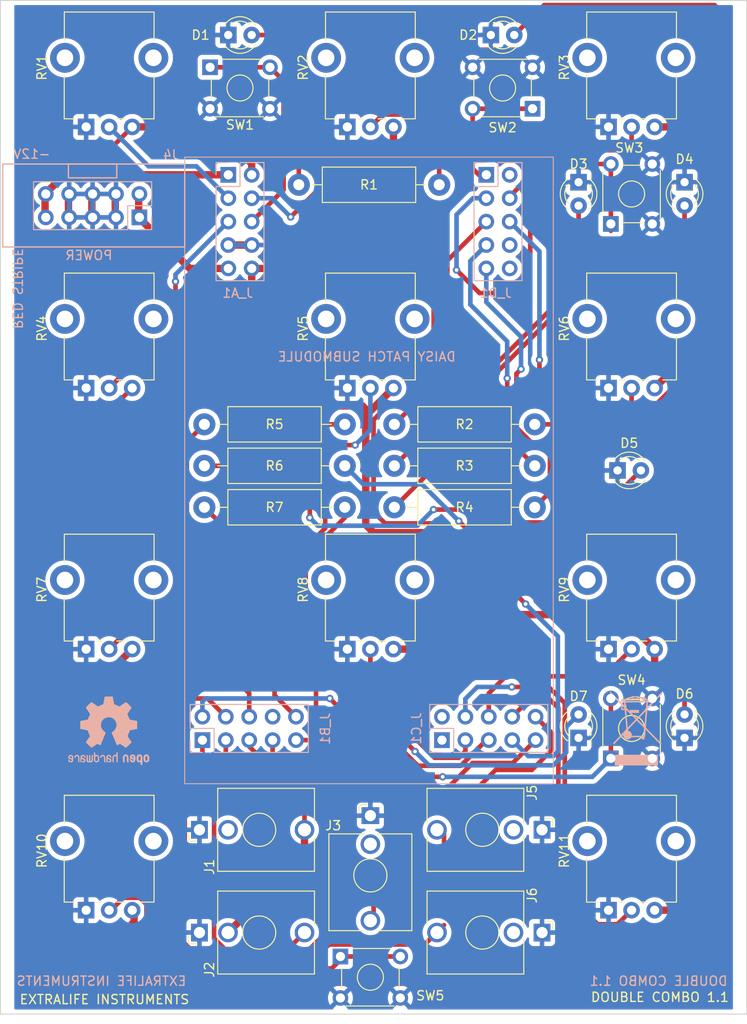
<source format=kicad_pcb>
(kicad_pcb (version 20240108) (generator "pcbnew") (generator_version "8.0")
  (layers (0 "F.Cu" signal) (31 "B.Cu" signal) (34 "B.Paste" user) (35 "F.Paste" user) (36 "B.SilkS" user "B.Silkscreen") (37 "F.SilkS" user "F.Silkscreen") (38 "B.Mask" user) (39 "F.Mask" user) (44 "Edge.Cuts" user))
  (net 0 "")
  (net 1 "-12V_IN")
  (net 2 "+3V3_OUT")
  (net 3 "A2")
  (net 4 "A9")
  (net 5 "A3")
  (net 6 "A8")
  (net 7 "+12V_IN")
  (net 8 "+5V_OUT")
  (net 9 "AUDIO_OUT_RIGHT")
  (net 10 "B10")
  (net 11 "AUDIO_OUT_LEFT")
  (net 12 "B9")
  (net 13 "AUDIO_IN_RIGHT")
  (net 14 "B8")
  (net 15 "AUDIO_IN_LEFT")
  (net 16 "B7")
  (net 17 "B5")
  (net 18 "B6")
  (net 19 "CV_OUT_2")
  (net 20 "CV_OUT_1")
  (net 21 "CV_4")
  (net 22 "CV_8")
  (net 23 "CV_3")
  (net 24 "CV_7")
  (net 25 "CV_2")
  (net 26 "CV_6")
  (net 27 "CV_1")
  (net 28 "CV_5")
  (net 29 "D1")
  (net 30 "D10")
  (net 31 "D2")
  (net 32 "Net-(D1-A)")
  (net 33 "Net-(D2-A)")
  (net 34 "D4")
  (net 35 "D7")
  (net 36 "D6")
  (net 37 "Net-(D3-A)")
  (net 38 "Net-(D4-A)")
  (net 39 "Net-(D5-A)")
  (net 40 "Net-(D6-A)")
  (net 41 "Net-(D7-A)")
  (net 42 "ADC_11")
  (net 43 "ADC_12")
  (net 44 "D5")
  (net 49 "GND")
  (net 50 "D3")
  (footprint "Resistor_THT:R_Axial_DIN0411_L9.9mm_D3.6mm_P15.24mm_Horizontal" (layer "F.Cu") (at 87.62 63 180)
    (property "Reference" "R1")
    (property "Value" "R")
  )
  (footprint "Button_Switch_THT:SW_TH_Tactile_Omron_B3F-10xx" (layer "F.Cu") (at 97.75 54.75 180)
    (property "Reference" "SW2")
    (property "Value" "SW_Omron_B3FS")
  )
  (footprint "Resistor_THT:R_Axial_DIN0411_L9.9mm_D3.6mm_P15.24mm_Horizontal" (layer "F.Cu") (at 82.75 89)
    (property "Reference" "R2")
    (property "Value" "R")
  )
  (footprint "LED_THT:LED_D3.0mm" (layer "F.Cu") (at 102.75 123.025 90)
    (property "Reference" "D7")
    (property "Value" "LED")
  )
  (footprint "Button_Switch_THT:SW_TH_Tactile_Omron_B3F-10xx" (layer "F.Cu") (at 62.75 50.25)
    (property "Reference" "SW1")
    (property "Value" "SW_Omron_B3FS")
  )
  (footprint "Connector_Audio:Jack_3.5mm_QingPu_WQP-PJ398SM_Vertical_CircularHoles" (layer "F.Cu") (at 61.6 133 90)
    (property "Reference" "J1")
    (property "Value" "AudioJack2_SwitchT")
  )
  (footprint "Potentiometer_THT:Potentiometer_Alpha_RD901F-40-00D_Single_Vertical_CircularHoles" (layer "F.Cu") (at 106 56.725 90)
    (property "Reference" "RV3")
    (property "Value" "R_Potentiometer")
  )
  (footprint "LED_THT:LED_D3.0mm" (layer "F.Cu") (at 106.975 94)
    (property "Reference" "D5")
    (property "Value" "LED")
  )
  (footprint "Resistor_THT:R_Axial_DIN0411_L9.9mm_D3.6mm_P15.24mm_Horizontal" (layer "F.Cu") (at 62.13 98)
    (property "Reference" "R7")
    (property "Value" "R")
  )
  (footprint "Resistor_THT:R_Axial_DIN0411_L9.9mm_D3.6mm_P15.24mm_Horizontal" (layer "F.Cu") (at 97.99 98 180)
    (property "Reference" "R4")
    (property "Value" "R")
  )
  (footprint "Potentiometer_THT:Potentiometer_Alpha_RD901F-40-00D_Single_Vertical_CircularHoles" (layer "F.Cu") (at 49.3 113.391666 90)
    (property "Reference" "RV7")
    (property "Value" "R_Potentiometer")
  )
  (footprint "Connector_Audio:Jack_3.5mm_QingPu_WQP-PJ398SM_Vertical_CircularHoles" (layer "F.Cu") (at 98.78 144.15 -90)
    (property "Reference" "J6")
    (property "Value" "AudioJack2_SwitchT")
  )
  (footprint "Potentiometer_THT:Potentiometer_Alpha_RD901F-40-00D_Single_Vertical_CircularHoles" (layer "F.Cu") (at 77.65 113.391666 90)
    (property "Reference" "RV8")
    (property "Value" "R_Potentiometer")
  )
  (footprint "LED_THT:LED_D3.0mm" (layer "F.Cu") (at 114.25 62.725 -90)
    (property "Reference" "D4")
    (property "Value" "LED")
  )
  (footprint "Potentiometer_THT:Potentiometer_Alpha_RD901F-40-00D_Single_Vertical_CircularHoles" (layer "F.Cu") (at 106 141.725 90)
    (property "Reference" "RV11")
    (property "Value" "R_Potentiometer")
  )
  (footprint "Potentiometer_THT:Potentiometer_Alpha_RD901F-40-00D_Single_Vertical_CircularHoles" (layer "F.Cu") (at 77.65 56.725 90)
    (property "Reference" "RV2")
    (property "Value" "R_Potentiometer")
  )
  (footprint "LED_THT:LED_D3.0mm" (layer "F.Cu") (at 114.25 123.025 90)
    (property "Reference" "D6")
    (property "Value" "LED")
  )
  (footprint "Potentiometer_THT:Potentiometer_Alpha_RD901F-40-00D_Single_Vertical_CircularHoles" (layer "F.Cu") (at 77.65 85.058333 90)
    (property "Reference" "RV5")
    (property "Value" "R_Potentiometer")
  )
  (footprint "LED_THT:LED_D3.0mm" (layer "F.Cu") (at 64.725 46.75)
    (property "Reference" "D1")
    (property "Value" "LED")
  )
  (footprint "Potentiometer_THT:Potentiometer_Alpha_RD901F-40-00D_Single_Vertical_CircularHoles" (layer "F.Cu") (at 49.3 141.725 90)
    (property "Reference" "RV10")
    (property "Value" "R_Potentiometer")
  )
  (footprint "LED_THT:LED_D3.0mm" (layer "F.Cu") (at 93.225 46.75)
    (property "Reference" "D2")
    (property "Value" "LED")
  )
  (footprint "Potentiometer_THT:Potentiometer_Alpha_RD901F-40-00D_Single_Vertical_CircularHoles" (layer "F.Cu") (at 49.3 85.058333 90)
    (property "Reference" "RV4")
    (property "Value" "R_Potentiometer")
  )
  (footprint "LED_THT:LED_D3.0mm" (layer "F.Cu") (at 102.75 62.725 -90)
    (property "Reference" "D3")
    (property "Value" "LED")
  )
  (footprint "Connector_Audio:Jack_3.5mm_QingPu_WQP-PJ398SM_Vertical_CircularHoles" (layer "F.Cu") (at 61.6 144.15 90)
    (property "Reference" "J2")
    (property "Value" "AudioJack2_SwitchT")
  )
  (footprint "Resistor_THT:R_Axial_DIN0411_L9.9mm_D3.6mm_P15.24mm_Horizontal" (layer "F.Cu") (at 97.99 93.5 180)
    (property "Reference" "R3")
    (property "Value" "R")
  )
  (footprint "Connector_Audio:Jack_3.5mm_QingPu_WQP-PJ398SM_Vertical_CircularHoles" (layer "F.Cu") (at 80.15 131.464794)
    (property "Reference" "J3")
    (property "Value" "AudioJack2_SwitchT")
  )
  (footprint "Potentiometer_THT:Potentiometer_Alpha_RD901F-40-00D_Single_Vertical_CircularHoles" (layer "F.Cu") (at 49.3 56.725 90)
    (property "Reference" "RV1")
    (property "Value" "R_Potentiometer")
  )
  (footprint "Connector_Audio:Jack_3.5mm_QingPu_WQP-PJ398SM_Vertical_CircularHoles" (layer "F.Cu") (at 98.78 133 -90)
    (property "Reference" "J5")
    (property "Value" "AudioJack2_SwitchT")
  )
  (footprint "Potentiometer_THT:Potentiometer_Alpha_RD901F-40-00D_Single_Vertical_CircularHoles" (layer "F.Cu") (at 106 85.058333 90)
    (property "Reference" "RV6")
    (property "Value" "R_Potentiometer")
  )
  (footprint "Button_Switch_THT:SW_TH_Tactile_Omron_B3F-10xx" (layer "F.Cu") (at 106.25 125.25 90)
    (property "Reference" "SW4")
    (property "Value" "SW_Omron_B3FS")
  )
  (footprint "Resistor_THT:R_Axial_DIN0411_L9.9mm_D3.6mm_P15.24mm_Horizontal" (layer "F.Cu") (at 62.13 93.5)
    (property "Reference" "R6")
    (property "Value" "R")
  )
  (footprint "Potentiometer_THT:Potentiometer_Alpha_RD901F-40-00D_Single_Vertical_CircularHoles" (layer "F.Cu") (at 106 113.391666 90)
    (property "Reference" "RV9")
    (property "Value" "R_Potentiometer")
  )
  (footprint "Button_Switch_THT:SW_TH_Tactile_Omron_B3F-10xx" (layer "F.Cu") (at 106.25 67.25 90)
    (property "Reference" "SW3")
    (property "Value" "SW_Omron_B3FS")
  )
  (footprint "Button_Switch_THT:SW_TH_Tactile_Omron_B3F-10xx" (layer "F.Cu") (at 76.9 146.75)
    (property "Reference" "SW5")
    (property "Value" "SW_Omron_B3FS")
  )
  (footprint "Resistor_THT:R_Axial_DIN0411_L9.9mm_D3.6mm_P15.24mm_Horizontal" (layer "F.Cu") (at 62.13 89)
    (property "Reference" "R5")
    (property "Value" "R")
  )
  (footprint "Connector_PinSocket_2.54mm:PinSocket_2x05_P2.54mm_Vertical" (layer "B.Cu") (at 92.73 61.92 180)
    (property "Reference" "J_D1")
    (property "Value" "Conn_02x05_Counter_Clockwise")
  )
  (footprint "Connector_PinSocket_2.54mm:PinSocket_2x05_P2.54mm_Vertical" (layer "B.Cu") (at 61.92 123.27 -90)
    (property "Reference" "J_B1")
    (property "Value" "Conn_02x05_Counter_Clockwise")
  )
  (footprint "Symbol:WEEE-Logo_5.6x8mm_SilkScreen" (layer "B.Cu") (at 109 122 180)
    (property "Reference" "REF**" (hide yes))
    (property "Value" "WEEE-Logo_5.6x8mm_SilkScreen" (hide yes))
  )
  (footprint "Connector_PinHeader_2.54mm:PinHeader_2x05_P2.54mm_Vertical" (layer "B.Cu") (at 55.08 66.54 90)
    (property "Reference" "J4")
    (property "Value" "EURO_PWR_2x5")
  )
  (footprint "Connector_PinSocket_2.54mm:PinSocket_2x05_P2.54mm_Vertical" (layer "B.Cu") (at 64.73 61.92 180)
    (property "Reference" "J_A1")
    (property "Value" "Conn_02x05_Counter_Clockwise")
  )
  (footprint "Symbol:OSHW-Logo2_9.8x8mm_SilkScreen" (layer "B.Cu") (at 51.75 122.25 180)
    (property "Reference" "REF**" (hide yes))
    (property "Value" "OSHW-Logo2_9.8x8mm_SilkScreen" (hide yes))
  )
  (footprint "Connector_PinSocket_2.54mm:PinSocket_2x05_P2.54mm_Vertical" (layer "B.Cu") (at 87.92 123.27 -90)
    (property "Reference" "J_C1")
    (property "Value" "Conn_02x05_Counter_Clockwise")
  )
  (gr_rect (start 60 60) (end 100 128) (stroke (width 0.1)) (fill none) (layer "B.SilkS"))
  (gr_rect (start 47.375 60.75) (end 52.625 62.25) (stroke (width 0.15)) (fill none) (layer "B.SilkS"))
  (gr_rect (start 40.25 60.75) (end 60 69.75) (stroke (width 0.15)) (fill none) (layer "B.SilkS"))
  (gr_rect (start 40 43) (end 121 153) (stroke (width 0.1)) (fill none) (layer "Edge.Cuts"))
  (gr_text "EXTRALIFE INSTRUMENTS" (at 60.25 150 0) (layer "B.SilkS") (effects (font (size 1 1)) (justify left bottom mirror)))
  (gr_text "DOUBLE COMBO 1.1" (at 119 150 0) (layer "B.SilkS") (effects (font (size 1 1)) (justify left bottom mirror)))
  (gr_text "DAISY PATCH SUBMODULE" (at 89.5 82.25 0) (layer "B.SilkS") (effects (font (size 1 1)) (justify left bottom mirror)))
  (gr_text "-12V" (at 45.5 60.25 0) (layer "B.SilkS") (effects (font (size 1 1)) (justify left bottom mirror)))
  (gr_text "POWER" (at 52.25 71.25 0) (layer "B.SilkS") (effects (font (size 1 1)) (justify left bottom mirror)))
  (gr_text "RED STRIPE" (at 41.25 78.75 -90) (layer "B.SilkS") (effects (font (size 1 1)) (justify left bottom mirror)))
  (gr_text "EXTRALIFE INSTRUMENTS" (at 42 152 0) (layer "F.SilkS") (effects (font (size 1 1)) (justify left bottom)))
  (gr_text "DOUBLE COMBO 1.1" (at 104 151.75 0) (layer "F.SilkS") (effects (font (size 1 1)) (justify left bottom)))
  (segment (start 44.84 66.54) (end 44.84 64) (width 0.8) (layer "F.Cu") (net 1))
  (segment (start 46.92 61.92) (end 64.73 61.92) (width 0.8) (layer "F.Cu") (net 1))
  (segment (start 44.84 64) (end 46.92 61.92) (width 0.8) (layer "F.Cu") (net 1))
  (segment (start 118 78.058334) (end 116.029167 80.029167) (width 0.8) (layer "F.Cu") (net 2))
  (segment (start 113.275 56.725) (end 111 56.725) (width 0.8) (layer "F.Cu") (net 2))
  (segment (start 116.029167 80.029167) (end 111 85.058333) (width 0.8) (layer "F.Cu") (net 2))
  (segment (start 44 61) (end 42.5 62.5) (width 0.5) (layer "F.Cu") (net 2))
  (segment (start 116.5 53) (end 116.5 53.5) (width 0.8) (layer "F.Cu") (net 2))
  (segment (start 67.27 61.92) (end 67.27 60.717919) (width 0.8) (layer "F.Cu") (net 2))
  (segment (start 116.5 45) (end 116.5 53) (width 0.8) (layer "F.Cu") (net 2))
  (segment (start 116.5 53.5) (end 113.275 56.725) (width 0.8) (layer "F.Cu") (net 2))
  (segment (start 63.277081 56.725) (end 54.3 56.725) (width 0.8) (layer "F.Cu") (net 2))
  (segment (start 101.5 44.5) (end 116 44.5) (width 0.8) (layer "F.Cu") (net 2))
  (segment (start 118 54.5) (end 118 78.058334) (width 0.8) (layer "F.Cu") (net 2))
  (segment (start 54.3 56.725) (end 50.025 61) (width 0.5) (layer "F.Cu") (net 2))
  (segment (start 62.075 56.725) (end 54.3 56.725) (width 0.5) (layer "F.Cu") (net 2))
  (segment (start 116 44.5) (end 116.5 45) (width 0.8) (layer "F.Cu") (net 2))
  (segment (start 91.5 48.5) (end 97.5 48.5) (width 0.8) (layer "F.Cu") (net 2))
  (segment (start 63.277081 56.725) (end 61.225 56.725) (width 0.8) (layer "F.Cu") (net 2))
  (segment (start 61.225 56.725) (end 60 55.5) (width 0.8) (layer "F.Cu") (net 2))
  (segment (start 42.5 62.5) (end 42.5 83) (width 0.5) (layer "F.Cu") (net 2))
  (segment (start 67.27 60.717919) (end 63.277081 56.725) (width 0.8) (layer "F.Cu") (net 2))
  (segment (start 60 55.5) (end 60 47.5) (width 0.8) (layer "F.Cu") (net 2))
  (segment (start 51.858333 87.5) (end 54.3 85.058333) (width 0.5) (layer "F.Cu") (net 2))
  (segment (start 42.5 83) (end 47 87.5) (width 0.5) (layer "F.Cu") (net 2))
  (segment (start 63 44.5) (end 87.5 44.5) (width 0.8) (layer "F.Cu") (net 2))
  (segment (start 50.025 61) (end 44 61) (width 0.5) (layer "F.Cu") (net 2))
  (segment (start 116.5 53) (end 118 54.5) (width 0.8) (layer "F.Cu") (net 2))
  (segment (start 97.5 48.5) (end 101.5 44.5) (width 0.8) (layer "F.Cu") (net 2))
  (segment (start 60 47.5) (end 63 44.5) (width 0.8) (layer "F.Cu") (net 2))
  (segment (start 87.5 44.5) (end 91.5 48.5) (width 0.8) (layer "F.Cu") (net 2))
  (segment (start 47 87.5) (end 51.858333 87.5) (width 0.5) (layer "F.Cu") (net 2))
  (segment (start 56.075 61) (end 51.8 56.725) (width 0.5) (layer "B.Cu") (net 3))
  (segment (start 64.73 64.46) (end 61.27 61) (width 0.5) (layer "B.Cu") (net 3))
  (segment (start 61.27 61) (end 56.075 61) (width 0.5) (layer "B.Cu") (net 3))
  (segment (start 76 54.5) (end 85.5 54.5) (width 0.5) (layer "F.Cu") (net 4))
  (segment (start 75 63) (end 75 55.5) (width 0.5) (layer "F.Cu") (net 4))
  (segment (start 85.5 54.5) (end 87.62 56.62) (width 0.5) (layer "F.Cu") (net 4))
  (segment (start 75 55.5) (end 76 54.5) (width 0.5) (layer "F.Cu") (net 4))
  (segment (start 71.5 66.5) (end 75 63) (width 0.5) (layer "F.Cu") (net 4))
  (segment (start 87.62 56.62) (end 87.62 63) (width 0.5) (layer "F.Cu") (net 4))
  (via (at 71.5 66.5) (size 0.8) (drill 0.4) (layers "F.Cu" "B.Cu") (net 4))
  (segment (start 69.46 64.46) (end 67.27 64.46) (width 0.5) (layer "B.Cu") (net 4))
  (segment (start 71.5 66.5) (end 69.46 64.46) (width 0.5) (layer "B.Cu") (net 4))
  (segment (start 59 73.5) (end 59 82.75) (width 0.5) (layer "F.Cu") (net 5))
  (segment (start 51.8 85.058333) (end 53.554166 83.304166) (width 0.5) (layer "F.Cu") (net 5))
  (segment (start 59 82.75) (end 58.445834 83.304166) (width 0.5) (layer "F.Cu") (net 5))
  (segment (start 58.445834 83.304166) (end 53.554166 83.304166) (width 0.5) (layer "F.Cu") (net 5))
  (via (at 59 73.5) (size 0.8) (drill 0.4) (layers "F.Cu" "B.Cu") (net 5))
  (segment (start 64.73 67) (end 59 72.73) (width 0.5) (layer "B.Cu") (net 5))
  (segment (start 59 72.73) (end 59 73.5) (width 0.5) (layer "B.Cu") (net 5))
  (segment (start 70.73 51.73) (end 70.73 63.54) (width 0.5) (layer "F.Cu") (net 6))
  (segment (start 69.25 50.25) (end 70.73 51.73) (width 0.5) (layer "F.Cu") (net 6))
  (segment (start 62.75 50.25) (end 69.25 50.25) (width 0.5) (layer "F.Cu") (net 6))
  (segment (start 70.73 63.54) (end 67.27 67) (width 0.5) (layer "F.Cu") (net 6))
  (segment (start 60.54 72.08) (end 55 66.54) (width 0.8) (layer "F.Cu") (net 7))
  (segment (start 60.54 72.08) (end 64.73 72.08) (width 0.8) (layer "F.Cu") (net 7))
  (segment (start 55 64) (end 55 66.54) (width 0.8) (layer "F.Cu") (net 7))
  (segment (start 80.5 100.75) (end 79.650499 99.900499) (width 0.8) (layer "F.Cu") (net 8))
  (segment (start 79.650499 99.900499) (end 79.650499 88.057834) (width 0.8) (layer "F.Cu") (net 8))
  (segment (start 43 100.5) (end 67.27 76.23) (width 0.8) (layer "F.Cu") (net 8))
  (segment (start 111 113.391666) (end 107.258833 109.650499) (width 0.8) (layer "F.Cu") (net 8))
  (segment (start 107.258833 109.650499) (end 96.5 109.650499) (width 0.8) (layer "F.Cu") (net 8))
  (segment (start 109.25 127.75) (end 114.25 127.75) (width 0.8) (layer "F.Cu") (net 8))
  (segment (start 117 139.5) (end 114.775 141.725) (width 0.8) (layer "F.Cu") (net 8))
  (segment (start 111 113.391666) (end 111 115) (width 0.8) (layer "F.Cu") (net 8))
  (segment (start 73.42 72.08) (end 72.5 72.08) (width 0.8) (layer "F.Cu") (net 8))
  (segment (start 79.650499 88.057834) (end 80 87.708333) (width 0.8) (layer "F.Cu") (net 8))
  (segment (start 67.27 76.23) (end 67.27 72.08) (width 0.8) (layer "F.Cu") (net 8))
  (segment (start 108.5 127) (end 109.25 127.75) (width 0.8) (layer "F.Cu") (net 8))
  (segment (start 89 107.391666) (end 89 111) (width 0.8) (layer "F.Cu") (net 8))
  (segment (start 82.65 56.725) (end 82.65 62.85) (width 0.8) (layer "F.Cu") (net 8))
  (segment (start 72.5 72.08) (end 67.27 72.08) (width 0.8) (layer "F.Cu") (net 8))
  (segment (start 47 145.5) (end 43 141.5) (width 0.8) (layer "F.Cu") (net 8))
  (segment (start 52 145.5) (end 47 145.5) (width 0.8) (layer "F.Cu") (net 8))
  (segment (start 82.65 62.85) (end 73.42 72.08) (width 0.8) (layer "F.Cu") (net 8))
  (segment (start 67.27 72.08) (end 67.27 77.845585) (width 0.8) (layer "F.Cu") (net 8))
  (segment (start 86.608334 113.391666) (end 83 113.391666) (width 0.8) (layer "F.Cu") (net 8))
  (segment (start 79.291667 87) (end 80 87.708333) (width 0.8) (layer "F.Cu") (net 8))
  (segment (start 117 130.5) (end 117 139.5) (width 0.8) (layer "F.Cu") (net 8))
  (segment (start 114.25 127.75) (end 117 130.5) (width 0.8) (layer "F.Cu") (net 8))
  (segment (start 86.25 100.75) (end 80.5 100.75) (width 0.8) (layer "F.Cu") (net 8))
  (segment (start 54.5 143) (end 52 145.5) (width 0.8) (layer "F.Cu") (net 8))
  (segment (start 54.3 113.391666) (end 43 124.691666) (width 0.8) (layer "F.Cu") (net 8))
  (segment (start 82.65 85.058333) (end 80 87.708333) (width 0.8) (layer "F.Cu") (net 8))
  (segment (start 114.775 141.725) (end 111 141.725) (width 0.8) (layer "F.Cu") (net 8))
  (segment (start 95.150499 109.650499) (end 88.375 102.875) (width 0.8) (layer "F.Cu") (net 8))
  (segment (start 88.375 102.875) (end 86.25 100.75) (width 0.8) (layer "F.Cu") (net 8))
  (segment (start 89 103.5) (end 89 107.391666) (width 0.8) (layer "F.Cu") (net 8))
  (segment (start 89 111) (end 86.608334 113.391666) (width 0.8) (layer "F.Cu") (net 8))
  (segment (start 108.5 117.5) (end 108.5 127) (width 0.8) (layer "F.Cu") (net 8))
  (segment (start 54.5 141.725) (end 54.5 143) (width 0.8) (layer "F.Cu") (net 8))
  (segment (start 43 141.5) (end 43 125.5) (width 0.8) (layer "F.Cu") (net 8))
  (segment (start 111 115) (end 108.5 117.5) (width 0.8) (layer "F.Cu") (net 8))
  (segment (start 88.375 102.875) (end 89 103.5) (width 0.8) (layer "F.Cu") (net 8))
  (segment (start 43 125.5) (end 43 124) (width 0.8) (layer "F.Cu") (net 8))
  (segment (start 43 124) (end 43 100.5) (width 0.8) (layer "F.Cu") (net 8))
  (segment (start 96.5 109.650499) (end 95.150499 109.650499) (width 0.8) (layer "F.Cu") (net 8))
  (segment (start 67.27 77.845585) (end 76.424415 87) (width 0.8) (layer "F.Cu") (net 8))
  (segment (start 76.424415 87) (end 79.291667 87) (width 0.8) (layer "F.Cu") (net 8))
  (segment (start 60 136.390756) (end 59.050499 137.340257) (width 0.5) (layer "F.Cu") (net 9))
  (segment (start 60 127) (end 61.92 125.08) (width 0.5) (layer "F.Cu") (net 9))
  (segment (start 60 127) (end 60 136.390756) (width 0.5) (layer "F.Cu") (net 9))
  (segment (start 88.144165 143.348813) (end 86.044475 145.448503) (width 0.5) (layer "F.Cu") (net 9))
  (segment (start 59.050499 145.369743) (end 61.031754 147.350998) (width 0.5) (layer "F.Cu") (net 9))
  (segment (start 86.044475 145.448503) (end 75.652495 145.448503) (width 0.5) (layer "F.Cu") (net 9))
  (segment (start 61.92 125.08) (end 61.92 123.27) (width 0.5) (layer "F.Cu") (net 9))
  (segment (start 59.050499 137.340257) (end 59.050499 145.369743) (width 0.5) (layer "F.Cu") (net 9))
  (segment (start 61.031754 147.350998) (end 73.75 147.350998) (width 0.5) (layer "F.Cu") (net 9))
  (segment (start 75.652495 145.448503) (end 73.75 147.350998) (width 0.5) (layer "F.Cu") (net 9))
  (segment (start 84.25 127.25) (end 75.75 118.75) (width 0.5) (layer "F.Cu") (net 10))
  (segment (start 84.25 127.25) (end 88 127.25) (width 0.5) (layer "F.Cu") (net 10))
  (segment (start 106.25 125.25) (end 106.25 118.75) (width 0.5) (layer "F.Cu") (net 10))
  (via (at 75.75 118.75) (size 0.8) (drill 0.4) (layers "F.Cu" "B.Cu") (net 10))
  (via (at 88 127.25) (size 0.8) (drill 0.4) (layers "F.Cu" "B.Cu") (net 10))
  (segment (start 104.25 127.25) (end 106.25 125.25) (width 0.5) (layer "B.Cu") (net 10))
  (segment (start 88 127.25) (end 104.25 127.25) (width 0.5) (layer "B.Cu") (net 10))
  (segment (start 61.92 120.73) (end 61.92 119.08) (width 0.5) (layer "B.Cu") (net 10))
  (segment (start 62.25 118.75) (end 75.75 118.75) (width 0.5) (layer "B.Cu") (net 10))
  (segment (start 61.92 119.08) (end 62.25 118.75) (width 0.5) (layer "B.Cu") (net 10))
  (segment (start 88.144165 133) (end 88.144165 137.363163) (width 0.5) (layer "F.Cu") (net 11))
  (segment (start 63.185 135.815) (end 63.185 127.25) (width 0.5) (layer "F.Cu") (net 11))
  (segment (start 72.848503 146.651497) (end 61.321497 146.651497) (width 0.5) (layer "F.Cu") (net 11))
  (segment (start 64.46 125.04) (end 64.46 123.27) (width 0.5) (layer "F.Cu") (net 11))
  (segment (start 61.321497 146.651497) (end 59.75 145.08) (width 0.5) (layer "F.Cu") (net 11))
  (segment (start 63.185 126.315) (end 64.46 125.04) (width 0.5) (layer "F.Cu") (net 11))
  (segment (start 59.75 137.63) (end 60.88 136.5) (width 0.5) (layer "F.Cu") (net 11))
  (segment (start 80.758326 144.749002) (end 74.750998 144.749002) (width 0.5) (layer "F.Cu") (net 11))
  (segment (start 60.88 136.5) (end 62.5 136.5) (width 0.5) (layer "F.Cu") (net 11))
  (segment (start 63.185 127.25) (end 63.185 126.315) (width 0.5) (layer "F.Cu") (net 11))
  (segment (start 74.750998 144.749002) (end 72.848503 146.651497) (width 0.5) (layer "F.Cu") (net 11))
  (segment (start 88.144165 137.363163) (end 80.758326 144.749002) (width 0.5) (layer "F.Cu") (net 11))
  (segment (start 62.5 136.5) (end 63.185 135.815) (width 0.5) (layer "F.Cu") (net 11))
  (segment (start 59.75 145.08) (end 59.75 137.63) (width 0.5) (layer "F.Cu") (net 11))
  (segment (start 75.949501 148.050499) (end 77.25 146.75) (width 0.5) (layer "F.Cu") (net 12))
  (segment (start 83.75 146.75) (end 77.25 146.75) (width 0.5) (layer "F.Cu") (net 12))
  (segment (start 59.300499 120) (end 60.550499 118.75) (width 0.5) (layer "F.Cu") (net 12))
  (segment (start 58.350998 137.050514) (end 58.350998 145.659486) (width 0.5) (layer "F.Cu") (net 12))
  (segment (start 62.48 118.75) (end 64.46 120.73) (width 0.5) (layer "F.Cu") (net 12))
  (segment (start 59.300499 120) (end 59.300499 136.101013) (width 0.5) (layer "F.Cu") (net 12))
  (segment (start 58.350998 145.659486) (end 60.742011 148.050499) (width 0.5) (layer "F.Cu") (net 12))
  (segment (start 60.742011 148.050499) (end 75.949501 148.050499) (width 0.5) (layer "F.Cu") (net 12))
  (segment (start 59.300499 136.101013) (end 58.350998 137.050514) (width 0.5) (layer "F.Cu") (net 12))
  (segment (start 60.550499 118.75) (end 62.48 118.75) (width 0.5) (layer "F.Cu") (net 12))
  (segment (start 71 134) (end 71 127.964244) (width 0.5) (layer "F.Cu") (net 13))
  (segment (start 63.185 144.777534) (end 63.185 141.815) (width 0.5) (layer "F.Cu") (net 13))
  (segment (start 64.359462 145.951996) (end 63.185 144.777534) (width 0.5) (layer "F.Cu") (net 13))
  (segment (start 71.198004 145.951996) (end 64.359462 145.951996) (width 0.5) (layer "F.Cu") (net 13))
  (segment (start 63.185 141.815) (end 71 134) (width 0.5) (layer "F.Cu") (net 13))
  (segment (start 71 127.964244) (end 67 123.964244) (width 0.5) (layer "F.Cu") (net 13))
  (segment (start 73 144.15) (end 71.198004 145.951996) (width 0.5) (layer "F.Cu") (net 13))
  (segment (start 60.23 90.9) (end 62.13 89) (width 0.5) (layer "F.Cu") (net 14))
  (segment (start 60.23 111.42) (end 67 118.19) (width 0.5) (layer "F.Cu") (net 14))
  (segment (start 60.23 92.5) (end 60.23 90.9) (width 0.5) (layer "F.Cu") (net 14))
  (segment (start 60.23 92.5) (end 60.23 111.42) (width 0.5) (layer "F.Cu") (net 14))
  (segment (start 67 118.19) (end 67 120.73) (width 0.5) (layer "F.Cu") (net 14))
  (segment (start 69.54 125.515) (end 73 128.975) (width 0.5) (layer "F.Cu") (net 15))
  (segment (start 73 128.975) (end 73 133) (width 0.5) (layer "F.Cu") (net 15))
  (segment (start 73 135.85) (end 64.7 144.15) (width 0.8) (layer "F.Cu") (net 15))
  (segment (start 69.54 125.515) (end 69.54 123.27) (width 0.5) (layer "F.Cu") (net 15))
  (segment (start 73 133) (end 73 135.85) (width 0.8) (layer "F.Cu") (net 15))
  (segment (start 74.25 117.5) (end 74.25 122.5) (width 0.5) (layer "F.Cu") (net 17))
  (segment (start 73.48 123.27) (end 72.08 123.27) (width 0.5) (layer "F.Cu") (net 17))
  (segment (start 74.25 122.5) (end 73.48 123.27) (width 0.5) (layer "F.Cu") (net 17))
  (segment (start 70.75 114) (end 74.25 117.5) (width 0.5) (layer "F.Cu") (net 17))
  (segment (start 70.75 97.510756) (end 70.75 114) (width 0.5) (layer "F.Cu") (net 17))
  (segment (start 66.739244 93.5) (end 70.75 97.510756) (width 0.5) (layer "F.Cu") (net 17))
  (segment (start 62.13 93.5) (end 66.739244 93.5) (width 0.5) (layer "F.Cu") (net 17))
  (segment (start 69.75 118.4) (end 72.08 120.73) (width 0.5) (layer "F.Cu") (net 18))
  (segment (start 69.75 105.62) (end 69.75 118.4) (width 0.5) (layer "F.Cu") (net 18))
  (segment (start 62.13 98) (end 69.75 105.62) (width 0.5) (layer "F.Cu") (net 18))
  (segment (start 80.15 118.2205) (end 87.109001 125.179501) (width 0.5) (layer "F.Cu") (net 21))
  (segment (start 90.429501 124.5) (end 90.46 124.5) (width 0.5) (layer "F.Cu") (net 21))
  (segment (start 80.15 113.391666) (end 80.15 118.2205) (width 0.5) (layer "F.Cu") (net 21))
  (segment (start 87.109001 125.179501) (end 89.75 125.179501) (width 0.5) (layer "F.Cu") (net 21))
  (segment (start 90.46 124.5) (end 90.46 123.27) (width 0.5) (layer "F.Cu") (net 21))
  (segment (start 89.75 125.179501) (end 90.429501 124.5) (width 0.5) (layer "F.Cu") (net 21))
  (segment (start 101.25 139.675) (end 104.825 143.25) (width 0.5) (layer "F.Cu") (net 22))
  (segment (start 99.5 117.5) (end 101.25 119.25) (width 0.5) (layer "F.Cu") (net 22))
  (segment (start 104.825 143.25) (end 106.975 143.25) (width 0.5) (layer "F.Cu") (net 22))
  (segment (start 95.5 117.5) (end 99.5 117.5) (width 0.5) (layer "F.Cu") (net 22))
  (segment (start 106.975 143.25) (end 108.5 141.725) (width 0.5) (layer "F.Cu") (net 22))
  (segment (start 101.25 119.25) (end 101.25 139.675) (width 0.5) (layer "F.Cu") (net 22))
  (via (at 95.5 117.5) (size 0.8) (drill 0.4) (layers "F.Cu" "B.Cu") (net 22))
  (segment (start 95.5 117.5) (end 91.75 117.5) (width 0.5) (layer "B.Cu") (net 22))
  (segment (start 91.75 117.5) (end 90.46 118.79) (width 0.5) (layer "B.Cu") (net 22))
  (segment (start 90.46 118.79) (end 90.46 120.73) (width 0.5) (layer "B.Cu") (net 22))
  (segment (start 92.740756 123.27) (end 89.960257 126.050499) (width 0.5) (layer "F.Cu") (net 23))
  (segment (start 89.960257 126.050499) (end 85.311255 126.050499) (width 0.5) (layer "F.Cu") (net 23))
  (segment (start 76.25 91.25) (end 78.5 91.25) (width 0.5) (layer "F.Cu") (net 23))
  (segment (start 75.25 92.25) (end 76.25 91.25) (width 0.5) (layer "F.Cu") (net 23))
  (segment (start 72.430499 113.169743) (end 72.430499 103.080257) (width 0.5) (layer "F.Cu") (net 23))
  (segment (start 93 123.27) (end 92.740756 123.27) (width 0.5) (layer "F.Cu") (net 23))
  (segment (start 75.25 100.260756) (end 75.25 92.25) (width 0.5) (layer "F.Cu") (net 23))
  (segment (start 85.311255 126.050499) (end 72.430499 113.169743) (width 0.5) (layer "F.Cu") (net 23))
  (segment (start 72.430499 103.080257) (end 75.25 100.260756) (width 0.5) (layer "F.Cu") (net 23))
  (via (at 78.5 91.25) (size 0.8) (drill 0.4) (layers "F.Cu" "B.Cu") (net 23))
  (segment (start 80.15 89.6) (end 80.15 85.058333) (width 0.5) (layer "B.Cu") (net 23))
  (segment (start 78.5 91.25) (end 80.15 89.6) (width 0.5) (layer "B.Cu") (net 23))
  (segment (start 108.5 113.391666) (end 105.546666 116.345) (width 0.5) (layer "F.Cu") (net 24))
  (segment (start 93 118.19) (end 93 120.73) (width 0.5) (layer "F.Cu") (net 24))
  (segment (start 94.845 116.345) (end 93 118.19) (width 0.5) (layer "F.Cu") (net 24))
  (segment (start 105.546666 116.345) (end 94.845 116.345) (width 0.5) (layer "F.Cu") (net 24))
  (segment (start 80.5 88.5) (end 80.5 98.5) (width 0.5) (layer "F.Cu") (net 25))
  (segment (start 82 87) (end 80.5 88.5) (width 0.5) (layer "F.Cu") (net 25))
  (segment (start 80.15 56.725) (end 81.5 55.375) (width 0.5) (layer "F.Cu") (net 25))
  (segment (start 88.25 99.75) (end 97 108.5) (width 0.5) (layer "F.Cu") (net 25))
  (segment (start 83.875 55.375) (end 85 56.5) (width 0.5) (layer "F.Cu") (net 25))
  (segment (start 87.02 71.02) (end 87.02 82.98) (width 0.5) (layer "F.Cu") (net 25))
  (segment (start 83 87) (end 82 87) (width 0.5) (layer "F.Cu") (net 25))
  (segment (start 85 69) (end 87.02 71.02) (width 0.5) (layer "F.Cu") (net 25))
  (segment (start 81.5 55.375) (end 83.875 55.375) (width 0.5) (layer "F.Cu") (net 25))
  (segment (start 87.02 82.98) (end 83 87) (width 0.5) (layer "F.Cu") (net 25))
  (segment (start 80.5 98.5) (end 81.75 99.75) (width 0.5) (layer "F.Cu") (net 25))
  (segment (start 85 56.5) (end 85 69) (width 0.5) (layer "F.Cu") (net 25))
  (segment (start 81.75 99.75) (end 88.25 99.75) (width 0.5) (layer "F.Cu") (net 25))
  (via (at 97 108.5) (size 0.8) (drill 0.4) (layers "F.Cu" "B.Cu") (net 25))
  (segment (start 100 125) (end 97.27 125) (width 0.5) (layer "B.Cu") (net 25))
  (segment (start 97.27 125) (end 95.54 123.27) (width 0.5) (layer "B.Cu") (net 25))
  (segment (start 100.5 112) (end 100.5 124.5) (width 0.5) (layer "B.Cu") (net 25))
  (segment (start 97 108.5) (end 100.5 112) (width 0.5) (layer "B.Cu") (net 25))
  (segment (start 100.5 124.5) (end 100 125) (width 0.5) (layer "B.Cu") (net 25))
  (segment (start 57.960257 149.699501) (end 56.550499 148.289743) (width 0.5) (layer "F.Cu") (net 26))
  (segment (start 100.550499 119.789743) (end 100.550499 148.649002) (width 0.5) (layer "F.Cu") (net 26))
  (segment (start 55.85 141.1) (end 55.125 140.375) (width 0.5) (layer "F.Cu") (net 26))
  (segment (start 95.54 120.73) (end 97.400378 118.869622) (width 0.5) (layer "F.Cu") (net 26))
  (segment (start 56.550499 148.289743) (end 56.550499 148.039743) (width 0.5) (layer "F.Cu") (net 26))
  (segment (start 55.85 147.339244) (end 55.85 141.1) (width 0.5) (layer "F.Cu") (net 26))
  (segment (start 56.550499 148.039743) (end 55.85 147.339244) (width 0.5) (layer "F.Cu") (net 26))
  (segment (start 53.35 140.375) (end 52 141.725) (width 0.5) (layer "F.Cu") (net 26))
  (segment (start 99.5 149.699501) (end 57.960257 149.699501) (width 0.5) (layer "F.Cu") (net 26))
  (segment (start 99.630378 118.869622) (end 100.550499 119.789743) (width 0.5) (layer "F.Cu") (net 26))
  (segment (start 97.400378 118.869622) (end 99.630378 118.869622) (width 0.5) (layer "F.Cu") (net 26))
  (segment (start 55.125 140.375) (end 53.35 140.375) (width 0.5) (layer "F.Cu") (net 26))
  (segment (start 100.550499 148.649002) (end 99.5 149.699501) (width 0.5) (layer "F.Cu") (net 26))
  (segment (start 80.5 140.420083) (end 80.5 142.864794) (width 0.5) (layer "F.Cu") (net 27))
  (segment (start 91.25 125.75) (end 84.5 132.5) (width 0.5) (layer "F.Cu") (net 27))
  (segment (start 84.5 132.5) (end 84.5 136.420083) (width 0.5) (layer "F.Cu") (net 27))
  (segment (start 95.6 125.75) (end 98.08 123.27) (width 0.5) (layer "F.Cu") (net 27))
  (segment (start 91.25 125.75) (end 95.6 125.75) (width 0.5) (layer "F.Cu") (net 27))
  (segment (start 84.5 136.420083) (end 80.5 140.420083) (width 0.5) (layer "F.Cu") (net 27))
  (segment (start 58.250499 148.750499) (end 88.499501 148.750499) (width 0.5) (layer "F.Cu") (net 28))
  (segment (start 44.5 137.100998) (end 47.074501 139.675499) (width 0.5) (layer "F.Cu") (net 28))
  (segment (start 44.5 127.75) (end 44.5 137.100998) (width 0.5) (layer "F.Cu") (net 28))
  (segment (start 51.8 113.391666) (end 53.941666 111.25) (width 0.5) (layer "F.Cu") (net 28))
  (segment (start 93.75 126.5) (end 97.680484 126.5) (width 0.5) (layer "F.Cu") (net 28))
  (segment (start 97.680484 126.5) (end 99.850998 124.329486) (width 0.5) (layer "F.Cu") (net 28))
  (segment (start 53.941666 111.25) (end 57.75 111.25) (width 0.5) (layer "F.Cu") (net 28))
  (segment (start 88.499501 148.750499) (end 90.324239 146.925761) (width 0.5) (layer "F.Cu") (net 28))
  (segment (start 90.324239 146.925761) (end 90.324239 129.925761) (width 0.5) (layer "F.Cu") (net 28))
  (segment (start 58.5 112) (end 58.5 113.75) (width 0.5) (layer "F.Cu") (net 28))
  (segment (start 99.850998 124.329486) (end 99.850998 122.500998) (width 0.5) (layer "F.Cu") (net 28))
  (segment (start 56.549501 147.049501) (end 58.250499 148.750499) (width 0.5) (layer "F.Cu") (net 28))
  (segment (start 58.5 113.75) (end 44.5 127.75) (width 0.5) (layer "F.Cu") (net 28))
  (segment (start 99.850998 122.500998) (end 98.08 120.73) (width 0.5) (layer "F.Cu") (net 28))
  (segment (start 90.324239 129.925761) (end 93.75 126.5) (width 0.5) (layer "F.Cu") (net 28))
  (segment (start 55.425499 139.675499) (end 56.549501 140.799501) (width 0.5) (layer "F.Cu") (net 28))
  (segment (start 47.074501 139.675499) (end 55.425499 139.675499) (width 0.5) (layer "F.Cu") (net 28))
  (segment (start 56.549501 140.799501) (end 56.549501 147.049501) (width 0.5) (layer "F.Cu") (net 28))
  (segment (start 57.75 111.25) (end 58.5 112) (width 0.5) (layer "F.Cu") (net 28))
  (segment (start 91.92 61.92) (end 92.73 61.92) (width 0.5) (layer "F.Cu") (net 29))
  (segment (start 91.25 61.25) (end 91.92 61.92) (width 0.5) (layer "F.Cu") (net 29))
  (segment (start 91.25 54.75) (end 91.25 61.25) (width 0.5) (layer "F.Cu") (net 29))
  (segment (start 91.25 54.75) (end 97.75 54.75) (width 0.5) (layer "F.Cu") (net 29))
  (segment (start 106.25 68) (end 106.25 61.5) (width 0.5) (layer "F.Cu") (net 31))
  (segment (start 97.5 63.025) (end 99.775 60.75) (width 0.5) (layer "F.Cu") (net 31))
  (segment (start 99.775 60.75) (end 105.5 60.75) (width 0.5) (layer "F.Cu") (net 31))
  (segment (start 89.5 72.25) (end 92 74.75) (width 0.5) (layer "F.Cu") (net 31))
  (segment (start 92 74.75) (end 96 74.75) (width 0.5) (layer "F.Cu") (net 31))
  (segment (start 105.5 60.75) (end 106.25 61.5) (width 0.5) (layer "F.Cu") (net 31))
  (segment (start 97.5 73.25) (end 97.5 63.025) (width 0.5) (layer "F.Cu") (net 31))
  (segment (start 96 74.75) (end 97.5 73.25) (width 0.5) (layer "F.Cu") (net 31))
  (via (at 89.5 72.25) (size 0.8) (drill 0.4) (layers "F.Cu" "B.Cu") (net 31))
  (segment (start 89.5 72.25) (end 89.5 66.25) (width 0.5) (layer "B.Cu") (net 31))
  (segment (start 89.5 66.25) (end 91.29 64.46) (width 0.5) (layer "B.Cu") (net 31))
  (segment (start 91.29 64.46) (end 92.73 64.46) (width 0.5) (layer "B.Cu") (net 31))
  (segment (start 71.25 46.75) (end 67.265 46.75) (width 0.5) (layer "F.Cu") (net 32))
  (segment (start 72.38 63) (end 72.38 47.88) (width 0.5) (layer "F.Cu") (net 32))
  (segment (start 72.38 47.88) (end 71.25 46.75) (width 0.5) (layer "F.Cu") (net 32))
  (segment (start 99.015 43.5) (end 95.765 46.75) (width 0.5) (layer "F.Cu") (net 33))
  (segment (start 97.99 89) (end 109 89) (width 0.5) (layer "F.Cu") (net 33))
  (segment (start 119 45) (end 117.5 43.5) (width 0.5) (layer "F.Cu") (net 33))
  (segment (start 117.5 43.5) (end 100.5 43.5) (width 0.5) (layer "F.Cu") (net 33))
  (segment (start 100.5 43.5) (end 99.015 43.5) (width 0.5) (layer "F.Cu") (net 33))
  (segment (start 109 89) (end 119 79) (width 0.5) (layer "F.Cu") (net 33))
  (segment (start 119 79) (end 119 45) (width 0.5) (layer "F.Cu") (net 33))
  (segment (start 97.99 93.5) (end 95 90.51) (width 0.5) (layer "F.Cu") (net 34))
  (segment (start 95 90.51) (end 95 84) (width 0.5) (layer "F.Cu") (net 34))
  (via (at 95 84) (size 0.8) (drill 0.4) (layers "F.Cu" "B.Cu") (net 34))
  (segment (start 95 84) (end 95 80) (width 0.5) (layer "B.Cu") (net 34))
  (segment (start 95 80) (end 91 76) (width 0.5) (layer "B.Cu") (net 34))
  (segment (start 91 76) (end 91 71.27) (width 0.5) (layer "B.Cu") (net 34))
  (segment (start 91 71.27) (end 92.73 69.54) (width 0.5) (layer "B.Cu") (net 34))
  (segment (start 82.75 93.5) (end 100.5 75.75) (width 0.5) (layer "F.Cu") (net 37))
  (segment (start 100.5 75.75) (end 100.5 69) (width 0.5) (layer "F.Cu") (net 37))
  (segment (start 100.5 69) (end 102.75 66.75) (width 0.5) (layer "F.Cu") (net 37))
  (segment (start 102.75 66.75) (end 102.75 65.265) (width 0.5) (layer "F.Cu") (net 37))
  (segment (start 103 73) (end 103 71.5) (width 0.5) (layer "F.Cu") (net 38))
  (segment (start 103 74.23995) (end 86.5 90.73995) (width 0.5) (layer "F.Cu") (net 38))
  (segment (start 111.5 69.75) (end 104.75 69.75) (width 0.5) (layer "F.Cu") (net 38))
  (segment (start 111.5 69.75) (end 114.25 67) (width 0.5) (layer "F.Cu") (net 38))
  (segment (start 103 71.5) (end 104.75 69.75) (width 0.5) (layer "F.Cu") (net 38))
  (segment (start 114.25 67) (end 114.25 65.79) (width 0.5) (layer "F.Cu") (net 38))
  (segment (start 86.5 94.25) (end 82.75 98) (width 0.5) (layer "F.Cu") (net 38))
  (segment (start 86.5 90.73995) (end 86.5 94.25) (width 0.5) (layer "F.Cu") (net 38))
  (segment (start 103 73) (end 103 74.23995) (width 0.5) (layer "F.Cu") (net 38))
  (segment (start 109.515 94) (end 103.865 99.65) (width 0.5) (layer "F.Cu") (net 39))
  (segment (start 75.672944 89) (end 73.574511 91.098433) (width 0.5) (layer "F.Cu") (net 39))
  (segment (start 95.15 99.65) (end 93.75 98.25) (width 0.5) (layer "F.Cu") (net 39))
  (segment (start 103.865 99.65) (end 95.15 99.65) (width 0.5) (layer "F.Cu") (net 39))
  (segment (start 93.75 98.25) (end 87 98.25) (width 0.5) (layer "F.Cu") (net 39))
  (segment (start 77.37 89) (end 75.672944 89) (width 0.5) (layer "F.Cu") (net 39))
  (segment (start 73.574511 91.098433) (end 73.574511 99.133892) (width 0.5) (layer "F.Cu") (net 39))
  (via (at 87 98.25) (size 0.8) (drill 0.4) (layers "F.Cu" "B.Cu") (net 39))
  (via (at 73.574511 99.133892) (size 0.8) (drill 0.4) (layers "F.Cu" "B.Cu") (net 39))
  (segment (start 85.25 100) (end 74.440619 100) (width 0.5) (layer "B.Cu") (net 39))
  (segment (start 74.440619 100) (end 73.574511 99.133892) (width 0.5) (layer "B.Cu") (net 39))
  (segment (start 87 98.25) (end 85.25 100) (width 0.5) (layer "B.Cu") (net 39))
  (segment (start 113.099501 100.349501) (end 117 104.25) (width 0.5) (layer "F.Cu") (net 40))
  (segment (start 117 115.5) (end 114.25 118.25) (width 0.5) (layer "F.Cu") (net 40))
  (segment (start 90.599501 100.349501) (end 113.099501 100.349501) (width 0.5) (layer "F.Cu") (net 40))
  (segment (start 89.75 99.5) (end 90.125 99.875) (width 0.5) (layer "F.Cu") (net 40))
  (segment (start 114.25 118.25) (end 114.25 120.735) (width 0.5) (layer "F.Cu") (net 40))
  (segment (start 117 104.25) (end 117 115.5) (width 0.5) (layer "F.Cu") (net 40))
  (segment (start 90.125 99.875) (end 90.599501 100.349501) (width 0.5) (layer "F.Cu") (net 40))
  (via (at 89.75 99.5) (size 0.8) (drill 0.4) (layers "F.Cu" "B.Cu") (net 40))
  (segment (start 79.37 95.5) (end 85.75 95.5) (width 0.5) (layer "B.Cu") (net 40))
  (segment (start 85.75 95.5) (end 87 96.75) (width 0.5) (layer "B.Cu") (net 40))
  (segment (start 87 96.75) (end 89.75 99.5) (width 0.5) (layer "B.Cu") (net 40))
  (segment (start 77.37 93.5) (end 79.37 95.5) (width 0.5) (layer "B.Cu") (net 40))
  (segment (start 77.37 99.13) (end 73.13 103.37) (width 0.5) (layer "F.Cu") (net 41))
  (segment (start 77.37 98) (end 77.37 99.13) (width 0.5) (layer "F.Cu") (net 41))
  (segment (start 73.13 103.37) (end 73.13 112.63) (width 0.5) (layer "F.Cu") (net 41))
  (segment (start 73.13 112.63) (end 85 124.5) (width 0.5) (layer "F.Cu") (net 41))
  (via (at 85 124.5) (size 0.8) (drill 0.4) (layers "F.Cu" "B.Cu") (net 41))
  (segment (start 86.5 126) (end 100 126) (width 0.5) (layer "B.Cu") (net 41))
  (segment (start 101.4 124.6) (end 101.4 121.835) (width 0.5) (layer "B.Cu") (net 41))
  (segment (start 101.4 121.835) (end 102.75 120.485) (width 0.5) (layer "B.Cu") (net 41))
  (segment (start 85 124.5) (end 86.5 126) (width 0.5) (layer "B.Cu") (net 41))
  (segment (start 100 126) (end 101.4 124.6) (width 0.5) (layer "B.Cu") (net 41))
  (segment (start 108.5 58.25) (end 107.5 59.25) (width 0.5) (layer "F.Cu") (net 42))
  (segment (start 107.5 59.25) (end 100.285756 59.25) (width 0.5) (layer "F.Cu") (net 42))
  (segment (start 95.27 64.265756) (end 95.27 64.46) (width 0.5) (layer "F.Cu") (net 42))
  (segment (start 100.285756 59.25) (end 95.27 64.265756) (width 0.5) (layer "F.Cu") (net 42))
  (segment (start 108.5 56.725) (end 108.5 58.25) (width 0.5) (layer "F.Cu") (net 42))
  (segment (start 108.5 86.5) (end 108.5 85.058333) (width 0.5) (layer "F.Cu") (net 43))
  (segment (start 101.25 86.25) (end 102.5 87.5) (width 0.5) (layer "F.Cu") (net 43))
  (segment (start 101.25 86.25) (end 98.5 83.5) (width 0.5) (layer "F.Cu") (net 43))
  (segment (start 107.5 87.5) (end 108.5 86.5) (width 0.5) (layer "F.Cu") (net 43))
  (segment (start 98.5 83.5) (end 98.5 82) (width 0.5) (layer "F.Cu") (net 43))
  (segment (start 102.5 87.5) (end 107.5 87.5) (width 0.5) (layer "F.Cu") (net 43))
  (via (at 98.5 82) (size 0.8) (drill 0.4) (layers "F.Cu" "B.Cu") (net 43))
  (segment (start 98.5 82) (end 98.5 70.23) (width 0.5) (layer "B.Cu") (net 43))
  (segment (start 98.5 70.23) (end 95.27 67) (width 0.5) (layer "B.Cu") (net 43))
  (segment (start 98.156547 91.5) (end 96 89.343453) (width 0.5) (layer "F.Cu") (net 44))
  (segment (start 97.99 98) (end 99.64 96.35) (width 0.5) (layer "F.Cu") (net 44))
  (segment (start 99.64 96.35) (end 99.64 91.5) (width 0.5) (layer "F.Cu") (net 44))
  (segment (start 99.64 91.5) (end 98.156547 91.5) (width 0.5) (layer "F.Cu") (net 44))
  (segment (start 96 89.343453) (end 96 83.5) (width 0.5) (layer "F.Cu") (net 44))
  (segment (start 96 83.5) (end 96.5 83) (width 0.5) (layer "F.Cu") (net 44))
  (via (at 96.5 83) (size 0.8) (drill 0.4) (layers "F.Cu" "B.Cu") (net 44))
  (segment (start 92.73 75.73) (end 92.73 72.08) (width 0.5) (layer "B.Cu") (net 44))
  (segment (start 96.5 79.5) (end 92.73 75.73) (width 0.5) (layer "B.Cu") (net 44))
  (segment (start 96.5 83) (end 96.5 79.5) (width 0.5) (layer "B.Cu") (net 44))
  (segment (start 52.46 64) (end 52.46 66.54) (width 0.8) (layer "F.Cu") (net 49))
  (segment (start 64.73 69.54) (end 67.27 69.54) (width 0.8) (layer "F.Cu") (net 49))
  (segment (start 49.92 66.54) (end 49.92 64) (width 0.8) (layer "F.Cu") (net 49))
  (segment (start 47.38 64) (end 47.38 66.54) (width 0.8) (layer "F.Cu") (net 49))
  (segment (start 88.5 71.23) (end 88.5 83.25) (width 0.5) (layer "F.Cu") (net 50))
  (segment (start 88.5 83.25) (end 82.75 89) (width 0.5) (layer "F.Cu") (net 50))
  (segment (start 92.73 67) (end 88.5 71.23) (width 0.5) (layer "F.Cu") (net 50))
  (zone (net 49) (net_name "GND") (layer "B.Cu") (connect_pads (clearance 0.5)) (min_thickness 0.25) (fill yes (thermal_gap 0.5) (thermal_bridge_width 0.5))
    (polygon (pts (xy 41.5 43.5) (xy 41.5 152.5) (xy 119.5 152.5) (xy 119.5 43.5)))
  )
)
</source>
